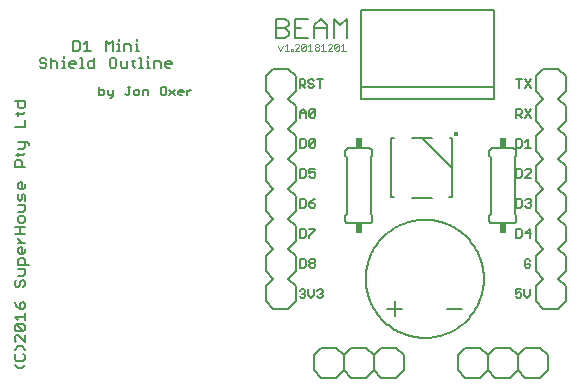
<source format=gto>
G75*
%MOIN*%
%OFA0B0*%
%FSLAX25Y25*%
%IPPOS*%
%LPD*%
%AMOC8*
5,1,8,0,0,1.08239X$1,22.5*
%
%ADD10C,0.00500*%
%ADD11C,0.00700*%
%ADD12C,0.00600*%
%ADD13C,0.00200*%
%ADD14C,0.00800*%
%ADD15R,0.02400X0.03400*%
%ADD16C,0.01600*%
D10*
X0004415Y0011750D02*
X0003247Y0012918D01*
X0003831Y0014205D02*
X0006166Y0014205D01*
X0006750Y0014789D01*
X0006750Y0015957D01*
X0006166Y0016541D01*
X0006750Y0017889D02*
X0005582Y0019056D01*
X0004415Y0019056D01*
X0003247Y0017889D01*
X0003831Y0016541D02*
X0003247Y0015957D01*
X0003247Y0014789D01*
X0003831Y0014205D01*
X0005582Y0011750D02*
X0006750Y0012918D01*
X0005582Y0011750D02*
X0004415Y0011750D01*
X0003831Y0020344D02*
X0003247Y0020928D01*
X0003247Y0022095D01*
X0003831Y0022679D01*
X0004415Y0022679D01*
X0006750Y0020344D01*
X0006750Y0022679D01*
X0006166Y0024027D02*
X0003831Y0024027D01*
X0003247Y0024611D01*
X0003247Y0025779D01*
X0003831Y0026362D01*
X0006166Y0024027D01*
X0006750Y0024611D01*
X0006750Y0025779D01*
X0006166Y0026362D01*
X0003831Y0026362D01*
X0004415Y0027710D02*
X0003247Y0028878D01*
X0006750Y0028878D01*
X0006750Y0027710D02*
X0006750Y0030046D01*
X0006166Y0031393D02*
X0004999Y0031393D01*
X0004999Y0033145D01*
X0005582Y0033729D01*
X0006166Y0033729D01*
X0006750Y0033145D01*
X0006750Y0031977D01*
X0006166Y0031393D01*
X0004999Y0031393D02*
X0003831Y0032561D01*
X0003247Y0033729D01*
X0003831Y0038760D02*
X0003247Y0039344D01*
X0003247Y0040511D01*
X0003831Y0041095D01*
X0004999Y0040511D02*
X0005582Y0041095D01*
X0006166Y0041095D01*
X0006750Y0040511D01*
X0006750Y0039344D01*
X0006166Y0038760D01*
X0004999Y0039344D02*
X0004999Y0040511D01*
X0004999Y0039344D02*
X0004415Y0038760D01*
X0003831Y0038760D01*
X0004415Y0042443D02*
X0006166Y0042443D01*
X0006750Y0043027D01*
X0006750Y0044778D01*
X0004415Y0044778D01*
X0004415Y0046126D02*
X0004415Y0047877D01*
X0004999Y0048461D01*
X0006166Y0048461D01*
X0006750Y0047877D01*
X0006750Y0046126D01*
X0007918Y0046126D02*
X0004415Y0046126D01*
X0004999Y0049809D02*
X0004415Y0050393D01*
X0004415Y0051561D01*
X0004999Y0052144D01*
X0005582Y0052144D01*
X0005582Y0049809D01*
X0004999Y0049809D02*
X0006166Y0049809D01*
X0006750Y0050393D01*
X0006750Y0051561D01*
X0006750Y0053492D02*
X0004415Y0053492D01*
X0005582Y0053492D02*
X0004415Y0054660D01*
X0004415Y0055244D01*
X0004999Y0056562D02*
X0004999Y0058897D01*
X0004999Y0060245D02*
X0006166Y0060245D01*
X0006750Y0060829D01*
X0006750Y0061996D01*
X0006166Y0062580D01*
X0004999Y0062580D01*
X0004415Y0061996D01*
X0004415Y0060829D01*
X0004999Y0060245D01*
X0006750Y0058897D02*
X0003247Y0058897D01*
X0003247Y0056562D02*
X0006750Y0056562D01*
X0006166Y0063928D02*
X0004415Y0063928D01*
X0006166Y0063928D02*
X0006750Y0064512D01*
X0006750Y0066263D01*
X0004415Y0066263D01*
X0004999Y0067611D02*
X0004415Y0068195D01*
X0004415Y0069946D01*
X0005582Y0069363D02*
X0005582Y0068195D01*
X0004999Y0067611D01*
X0006750Y0067611D02*
X0006750Y0069363D01*
X0006166Y0069946D01*
X0005582Y0069363D01*
X0005582Y0071294D02*
X0005582Y0073629D01*
X0004999Y0073629D01*
X0004415Y0073046D01*
X0004415Y0071878D01*
X0004999Y0071294D01*
X0006166Y0071294D01*
X0006750Y0071878D01*
X0006750Y0073046D01*
X0006750Y0078660D02*
X0003247Y0078660D01*
X0003247Y0080412D01*
X0003831Y0080996D01*
X0004999Y0080996D01*
X0005582Y0080412D01*
X0005582Y0078660D01*
X0004415Y0082344D02*
X0004415Y0083511D01*
X0003831Y0082927D02*
X0006166Y0082927D01*
X0006750Y0083511D01*
X0006166Y0084799D02*
X0004415Y0084799D01*
X0006166Y0084799D02*
X0006750Y0085383D01*
X0006750Y0087134D01*
X0007334Y0087134D02*
X0007918Y0086551D01*
X0007918Y0085967D01*
X0007334Y0087134D02*
X0004415Y0087134D01*
X0003247Y0092165D02*
X0006750Y0092165D01*
X0006750Y0094501D01*
X0006166Y0096432D02*
X0003831Y0096432D01*
X0004415Y0095848D02*
X0004415Y0097016D01*
X0004999Y0098304D02*
X0004415Y0098888D01*
X0004415Y0100639D01*
X0003247Y0100639D02*
X0006750Y0100639D01*
X0006750Y0098888D01*
X0006166Y0098304D01*
X0004999Y0098304D01*
X0006750Y0097016D02*
X0006166Y0096432D01*
X0098250Y0096751D02*
X0100252Y0096751D01*
X0100252Y0097252D02*
X0099251Y0098253D01*
X0098250Y0097252D01*
X0098250Y0095250D01*
X0100252Y0095250D02*
X0100252Y0097252D01*
X0101473Y0097752D02*
X0101973Y0098253D01*
X0102974Y0098253D01*
X0103474Y0097752D01*
X0101473Y0095750D01*
X0101973Y0095250D01*
X0102974Y0095250D01*
X0103474Y0095750D01*
X0103474Y0097752D01*
X0101473Y0097752D02*
X0101473Y0095750D01*
X0101973Y0088253D02*
X0102974Y0088253D01*
X0103474Y0087752D01*
X0101473Y0085750D01*
X0101973Y0085250D01*
X0102974Y0085250D01*
X0103474Y0085750D01*
X0103474Y0087752D01*
X0101973Y0088253D02*
X0101473Y0087752D01*
X0101473Y0085750D01*
X0100252Y0085750D02*
X0100252Y0087752D01*
X0099751Y0088253D01*
X0098250Y0088253D01*
X0098250Y0085250D01*
X0099751Y0085250D01*
X0100252Y0085750D01*
X0099751Y0078253D02*
X0098250Y0078253D01*
X0098250Y0075250D01*
X0099751Y0075250D01*
X0100252Y0075750D01*
X0100252Y0077752D01*
X0099751Y0078253D01*
X0101473Y0078253D02*
X0101473Y0076751D01*
X0102474Y0077252D01*
X0102974Y0077252D01*
X0103474Y0076751D01*
X0103474Y0075750D01*
X0102974Y0075250D01*
X0101973Y0075250D01*
X0101473Y0075750D01*
X0101473Y0078253D02*
X0103474Y0078253D01*
X0103474Y0068253D02*
X0102474Y0067752D01*
X0101473Y0066751D01*
X0102974Y0066751D01*
X0103474Y0066251D01*
X0103474Y0065750D01*
X0102974Y0065250D01*
X0101973Y0065250D01*
X0101473Y0065750D01*
X0101473Y0066751D01*
X0100252Y0065750D02*
X0100252Y0067752D01*
X0099751Y0068253D01*
X0098250Y0068253D01*
X0098250Y0065250D01*
X0099751Y0065250D01*
X0100252Y0065750D01*
X0099751Y0058253D02*
X0098250Y0058253D01*
X0098250Y0055250D01*
X0099751Y0055250D01*
X0100252Y0055750D01*
X0100252Y0057752D01*
X0099751Y0058253D01*
X0101473Y0058253D02*
X0103474Y0058253D01*
X0103474Y0057752D01*
X0101473Y0055750D01*
X0101473Y0055250D01*
X0101973Y0048253D02*
X0102974Y0048253D01*
X0103474Y0047752D01*
X0103474Y0047252D01*
X0102974Y0046751D01*
X0101973Y0046751D01*
X0101473Y0047252D01*
X0101473Y0047752D01*
X0101973Y0048253D01*
X0101973Y0046751D02*
X0101473Y0046251D01*
X0101473Y0045750D01*
X0101973Y0045250D01*
X0102974Y0045250D01*
X0103474Y0045750D01*
X0103474Y0046251D01*
X0102974Y0046751D01*
X0100252Y0045750D02*
X0100252Y0047752D01*
X0099751Y0048253D01*
X0098250Y0048253D01*
X0098250Y0045250D01*
X0099751Y0045250D01*
X0100252Y0045750D01*
X0099601Y0037952D02*
X0100052Y0037502D01*
X0100052Y0037052D01*
X0099601Y0036601D01*
X0100052Y0036151D01*
X0100052Y0035700D01*
X0099601Y0035250D01*
X0098700Y0035250D01*
X0098250Y0035700D01*
X0099151Y0036601D02*
X0099601Y0036601D01*
X0099601Y0037952D02*
X0098700Y0037952D01*
X0098250Y0037502D01*
X0101197Y0037952D02*
X0101197Y0036151D01*
X0102097Y0035250D01*
X0102998Y0036151D01*
X0102998Y0037952D01*
X0104143Y0037502D02*
X0104593Y0037952D01*
X0105494Y0037952D01*
X0105945Y0037502D01*
X0105945Y0037052D01*
X0105494Y0036601D01*
X0105945Y0036151D01*
X0105945Y0035700D01*
X0105494Y0035250D01*
X0104593Y0035250D01*
X0104143Y0035700D01*
X0105044Y0036601D02*
X0105494Y0036601D01*
X0170250Y0036601D02*
X0171151Y0037052D01*
X0171601Y0037052D01*
X0172052Y0036601D01*
X0172052Y0035700D01*
X0171601Y0035250D01*
X0170700Y0035250D01*
X0170250Y0035700D01*
X0170250Y0036601D02*
X0170250Y0037952D01*
X0172052Y0037952D01*
X0173197Y0037952D02*
X0173197Y0036151D01*
X0174097Y0035250D01*
X0174998Y0036151D01*
X0174998Y0037952D01*
X0174601Y0045250D02*
X0175052Y0045700D01*
X0175052Y0046601D01*
X0174151Y0046601D01*
X0175052Y0047502D02*
X0174601Y0047952D01*
X0173700Y0047952D01*
X0173250Y0047502D01*
X0173250Y0045700D01*
X0173700Y0045250D01*
X0174601Y0045250D01*
X0174974Y0055250D02*
X0174974Y0058253D01*
X0173473Y0056751D01*
X0175474Y0056751D01*
X0172252Y0055750D02*
X0172252Y0057752D01*
X0171751Y0058253D01*
X0170250Y0058253D01*
X0170250Y0055250D01*
X0171751Y0055250D01*
X0172252Y0055750D01*
X0171751Y0065250D02*
X0170250Y0065250D01*
X0170250Y0068253D01*
X0171751Y0068253D01*
X0172252Y0067752D01*
X0172252Y0065750D01*
X0171751Y0065250D01*
X0173473Y0065750D02*
X0173973Y0065250D01*
X0174974Y0065250D01*
X0175474Y0065750D01*
X0175474Y0066251D01*
X0174974Y0066751D01*
X0174474Y0066751D01*
X0174974Y0066751D02*
X0175474Y0067252D01*
X0175474Y0067752D01*
X0174974Y0068253D01*
X0173973Y0068253D01*
X0173473Y0067752D01*
X0173473Y0075250D02*
X0175474Y0077252D01*
X0175474Y0077752D01*
X0174974Y0078253D01*
X0173973Y0078253D01*
X0173473Y0077752D01*
X0172252Y0077752D02*
X0171751Y0078253D01*
X0170250Y0078253D01*
X0170250Y0075250D01*
X0171751Y0075250D01*
X0172252Y0075750D01*
X0172252Y0077752D01*
X0173473Y0075250D02*
X0175474Y0075250D01*
X0175474Y0085250D02*
X0173473Y0085250D01*
X0174474Y0085250D02*
X0174474Y0088253D01*
X0173473Y0087252D01*
X0172252Y0087752D02*
X0172252Y0085750D01*
X0171751Y0085250D01*
X0170250Y0085250D01*
X0170250Y0088253D01*
X0171751Y0088253D01*
X0172252Y0087752D01*
X0172252Y0095250D02*
X0171251Y0096251D01*
X0171751Y0096251D02*
X0170250Y0096251D01*
X0170250Y0095250D02*
X0170250Y0098253D01*
X0171751Y0098253D01*
X0172252Y0097752D01*
X0172252Y0096751D01*
X0171751Y0096251D01*
X0173473Y0095250D02*
X0175474Y0098253D01*
X0173473Y0098253D02*
X0175474Y0095250D01*
X0175474Y0105250D02*
X0173473Y0108253D01*
X0172252Y0108253D02*
X0170250Y0108253D01*
X0171251Y0108253D02*
X0171251Y0105250D01*
X0173473Y0105250D02*
X0175474Y0108253D01*
X0105945Y0107952D02*
X0104143Y0107952D01*
X0105044Y0107952D02*
X0105044Y0105250D01*
X0102998Y0105700D02*
X0102548Y0105250D01*
X0101647Y0105250D01*
X0101197Y0105700D01*
X0101647Y0106601D02*
X0102548Y0106601D01*
X0102998Y0106151D01*
X0102998Y0105700D01*
X0101647Y0106601D02*
X0101197Y0107052D01*
X0101197Y0107502D01*
X0101647Y0107952D01*
X0102548Y0107952D01*
X0102998Y0107502D01*
X0100052Y0107502D02*
X0100052Y0106601D01*
X0099601Y0106151D01*
X0098250Y0106151D01*
X0099151Y0106151D02*
X0100052Y0105250D01*
X0098250Y0105250D02*
X0098250Y0107952D01*
X0099601Y0107952D01*
X0100052Y0107502D01*
D11*
X0055581Y0112951D02*
X0053380Y0112951D01*
X0053380Y0113501D02*
X0053380Y0112400D01*
X0053930Y0111850D01*
X0055031Y0111850D01*
X0055581Y0112951D02*
X0055581Y0113501D01*
X0055031Y0114052D01*
X0053930Y0114052D01*
X0053380Y0113501D01*
X0051898Y0113501D02*
X0051898Y0111850D01*
X0051898Y0113501D02*
X0051348Y0114052D01*
X0049696Y0114052D01*
X0049696Y0111850D01*
X0048342Y0111850D02*
X0047241Y0111850D01*
X0047791Y0111850D02*
X0047791Y0114052D01*
X0047241Y0114052D01*
X0047791Y0115153D02*
X0047791Y0115703D01*
X0045336Y0115153D02*
X0045336Y0111850D01*
X0044786Y0111850D02*
X0045886Y0111850D01*
X0043431Y0111850D02*
X0042881Y0112400D01*
X0042881Y0114602D01*
X0043431Y0114052D02*
X0042330Y0114052D01*
X0040849Y0114052D02*
X0040849Y0111850D01*
X0039197Y0111850D01*
X0038647Y0112400D01*
X0038647Y0114052D01*
X0037166Y0114602D02*
X0037166Y0112400D01*
X0036615Y0111850D01*
X0035514Y0111850D01*
X0034964Y0112400D01*
X0034964Y0114602D01*
X0035514Y0115153D01*
X0036615Y0115153D01*
X0037166Y0114602D01*
X0037419Y0117450D02*
X0038520Y0117450D01*
X0037970Y0117450D02*
X0037970Y0119652D01*
X0037419Y0119652D01*
X0037970Y0120753D02*
X0037970Y0121303D01*
X0035938Y0120753D02*
X0035938Y0117450D01*
X0034837Y0119652D02*
X0035938Y0120753D01*
X0034837Y0119652D02*
X0033736Y0120753D01*
X0033736Y0117450D01*
X0029799Y0115153D02*
X0029799Y0111850D01*
X0028148Y0111850D01*
X0027598Y0112400D01*
X0027598Y0113501D01*
X0028148Y0114052D01*
X0029799Y0114052D01*
X0026243Y0111850D02*
X0025142Y0111850D01*
X0025693Y0111850D02*
X0025693Y0115153D01*
X0025142Y0115153D01*
X0023661Y0113501D02*
X0023661Y0112951D01*
X0021459Y0112951D01*
X0021459Y0113501D02*
X0021459Y0112400D01*
X0022009Y0111850D01*
X0023110Y0111850D01*
X0023661Y0113501D02*
X0023110Y0114052D01*
X0022009Y0114052D01*
X0021459Y0113501D01*
X0019554Y0114052D02*
X0019554Y0111850D01*
X0019004Y0111850D02*
X0020104Y0111850D01*
X0019554Y0114052D02*
X0019004Y0114052D01*
X0019554Y0115153D02*
X0019554Y0115703D01*
X0017522Y0113501D02*
X0017522Y0111850D01*
X0017522Y0113501D02*
X0016972Y0114052D01*
X0015871Y0114052D01*
X0015320Y0113501D01*
X0013839Y0112951D02*
X0013839Y0112400D01*
X0013289Y0111850D01*
X0012188Y0111850D01*
X0011637Y0112400D01*
X0012188Y0113501D02*
X0013289Y0113501D01*
X0013839Y0112951D01*
X0012188Y0113501D02*
X0011637Y0114052D01*
X0011637Y0114602D01*
X0012188Y0115153D01*
X0013289Y0115153D01*
X0013839Y0114602D01*
X0015320Y0115153D02*
X0015320Y0111850D01*
X0022687Y0117450D02*
X0024338Y0117450D01*
X0024889Y0118000D01*
X0024889Y0120202D01*
X0024338Y0120753D01*
X0022687Y0120753D01*
X0022687Y0117450D01*
X0026370Y0117450D02*
X0028572Y0117450D01*
X0027471Y0117450D02*
X0027471Y0120753D01*
X0026370Y0119652D01*
X0039875Y0119652D02*
X0039875Y0117450D01*
X0042077Y0117450D02*
X0042077Y0119101D01*
X0041526Y0119652D01*
X0039875Y0119652D01*
X0043558Y0119652D02*
X0044108Y0119652D01*
X0044108Y0117450D01*
X0043558Y0117450D02*
X0044659Y0117450D01*
X0044786Y0115153D02*
X0045336Y0115153D01*
X0044108Y0120753D02*
X0044108Y0121303D01*
D12*
X0041874Y0105402D02*
X0041007Y0105402D01*
X0041441Y0105402D02*
X0041441Y0103234D01*
X0041007Y0102800D01*
X0040573Y0102800D01*
X0040140Y0103234D01*
X0043086Y0103234D02*
X0043086Y0104101D01*
X0043520Y0104535D01*
X0044387Y0104535D01*
X0044821Y0104101D01*
X0044821Y0103234D01*
X0044387Y0102800D01*
X0043520Y0102800D01*
X0043086Y0103234D01*
X0046033Y0102800D02*
X0046033Y0104535D01*
X0047334Y0104535D01*
X0047767Y0104101D01*
X0047767Y0102800D01*
X0051926Y0103234D02*
X0052359Y0102800D01*
X0053227Y0102800D01*
X0053660Y0103234D01*
X0053660Y0104969D01*
X0053227Y0105402D01*
X0052359Y0105402D01*
X0051926Y0104969D01*
X0051926Y0103234D01*
X0054872Y0102800D02*
X0056607Y0104535D01*
X0057819Y0104101D02*
X0058252Y0104535D01*
X0059120Y0104535D01*
X0059553Y0104101D01*
X0059553Y0103667D01*
X0057819Y0103667D01*
X0057819Y0103234D02*
X0057819Y0104101D01*
X0057819Y0103234D02*
X0058252Y0102800D01*
X0059120Y0102800D01*
X0060765Y0102800D02*
X0060765Y0104535D01*
X0061633Y0104535D02*
X0062066Y0104535D01*
X0061633Y0104535D02*
X0060765Y0103667D01*
X0056607Y0102800D02*
X0054872Y0104535D01*
X0035981Y0104535D02*
X0035981Y0102366D01*
X0035548Y0101933D01*
X0035114Y0101933D01*
X0034680Y0102800D02*
X0035981Y0102800D01*
X0034680Y0102800D02*
X0034247Y0103234D01*
X0034247Y0104535D01*
X0033035Y0104101D02*
X0033035Y0103234D01*
X0032601Y0102800D01*
X0031300Y0102800D01*
X0031300Y0105402D01*
X0031300Y0104535D02*
X0032601Y0104535D01*
X0033035Y0104101D01*
X0090300Y0121800D02*
X0093503Y0121800D01*
X0094570Y0122868D01*
X0094570Y0123935D01*
X0093503Y0125003D01*
X0090300Y0125003D01*
X0090300Y0128205D02*
X0090300Y0121800D01*
X0093503Y0125003D02*
X0094570Y0126070D01*
X0094570Y0127138D01*
X0093503Y0128205D01*
X0090300Y0128205D01*
X0096745Y0128205D02*
X0096745Y0121800D01*
X0101016Y0121800D01*
X0103191Y0121800D02*
X0103191Y0126070D01*
X0105326Y0128205D01*
X0107461Y0126070D01*
X0107461Y0121800D01*
X0109636Y0121800D02*
X0109636Y0128205D01*
X0111772Y0126070D01*
X0113907Y0128205D01*
X0113907Y0121800D01*
X0107461Y0125003D02*
X0103191Y0125003D01*
X0098881Y0125003D02*
X0096745Y0125003D01*
X0096745Y0128205D02*
X0101016Y0128205D01*
X0114500Y0085000D02*
X0121500Y0085000D01*
X0121560Y0084998D01*
X0121621Y0084993D01*
X0121680Y0084984D01*
X0121739Y0084971D01*
X0121798Y0084955D01*
X0121855Y0084935D01*
X0121910Y0084912D01*
X0121965Y0084885D01*
X0122017Y0084856D01*
X0122068Y0084823D01*
X0122117Y0084787D01*
X0122163Y0084749D01*
X0122207Y0084707D01*
X0122249Y0084663D01*
X0122287Y0084617D01*
X0122323Y0084568D01*
X0122356Y0084517D01*
X0122385Y0084465D01*
X0122412Y0084410D01*
X0122435Y0084355D01*
X0122455Y0084298D01*
X0122471Y0084239D01*
X0122484Y0084180D01*
X0122493Y0084121D01*
X0122498Y0084060D01*
X0122500Y0084000D01*
X0122500Y0082500D01*
X0122000Y0082000D01*
X0122000Y0063000D01*
X0122500Y0062500D01*
X0122500Y0061000D01*
X0122498Y0060940D01*
X0122493Y0060879D01*
X0122484Y0060820D01*
X0122471Y0060761D01*
X0122455Y0060702D01*
X0122435Y0060645D01*
X0122412Y0060590D01*
X0122385Y0060535D01*
X0122356Y0060483D01*
X0122323Y0060432D01*
X0122287Y0060383D01*
X0122249Y0060337D01*
X0122207Y0060293D01*
X0122163Y0060251D01*
X0122117Y0060213D01*
X0122068Y0060177D01*
X0122017Y0060144D01*
X0121965Y0060115D01*
X0121910Y0060088D01*
X0121855Y0060065D01*
X0121798Y0060045D01*
X0121739Y0060029D01*
X0121680Y0060016D01*
X0121621Y0060007D01*
X0121560Y0060002D01*
X0121500Y0060000D01*
X0114500Y0060000D01*
X0114440Y0060002D01*
X0114379Y0060007D01*
X0114320Y0060016D01*
X0114261Y0060029D01*
X0114202Y0060045D01*
X0114145Y0060065D01*
X0114090Y0060088D01*
X0114035Y0060115D01*
X0113983Y0060144D01*
X0113932Y0060177D01*
X0113883Y0060213D01*
X0113837Y0060251D01*
X0113793Y0060293D01*
X0113751Y0060337D01*
X0113713Y0060383D01*
X0113677Y0060432D01*
X0113644Y0060483D01*
X0113615Y0060535D01*
X0113588Y0060590D01*
X0113565Y0060645D01*
X0113545Y0060702D01*
X0113529Y0060761D01*
X0113516Y0060820D01*
X0113507Y0060879D01*
X0113502Y0060940D01*
X0113500Y0061000D01*
X0113500Y0062500D01*
X0114000Y0063000D01*
X0114000Y0082000D01*
X0113500Y0082500D01*
X0113500Y0084000D01*
X0113502Y0084060D01*
X0113507Y0084121D01*
X0113516Y0084180D01*
X0113529Y0084239D01*
X0113545Y0084298D01*
X0113565Y0084355D01*
X0113588Y0084410D01*
X0113615Y0084465D01*
X0113644Y0084517D01*
X0113677Y0084568D01*
X0113713Y0084617D01*
X0113751Y0084663D01*
X0113793Y0084707D01*
X0113837Y0084749D01*
X0113883Y0084787D01*
X0113932Y0084823D01*
X0113983Y0084856D01*
X0114035Y0084885D01*
X0114090Y0084912D01*
X0114145Y0084935D01*
X0114202Y0084955D01*
X0114261Y0084971D01*
X0114320Y0084984D01*
X0114379Y0084993D01*
X0114440Y0084998D01*
X0114500Y0085000D01*
X0161500Y0084000D02*
X0161500Y0082500D01*
X0162000Y0082000D01*
X0162000Y0063000D01*
X0161500Y0062500D01*
X0161500Y0061000D01*
X0161502Y0060940D01*
X0161507Y0060879D01*
X0161516Y0060820D01*
X0161529Y0060761D01*
X0161545Y0060702D01*
X0161565Y0060645D01*
X0161588Y0060590D01*
X0161615Y0060535D01*
X0161644Y0060483D01*
X0161677Y0060432D01*
X0161713Y0060383D01*
X0161751Y0060337D01*
X0161793Y0060293D01*
X0161837Y0060251D01*
X0161883Y0060213D01*
X0161932Y0060177D01*
X0161983Y0060144D01*
X0162035Y0060115D01*
X0162090Y0060088D01*
X0162145Y0060065D01*
X0162202Y0060045D01*
X0162261Y0060029D01*
X0162320Y0060016D01*
X0162379Y0060007D01*
X0162440Y0060002D01*
X0162500Y0060000D01*
X0169500Y0060000D01*
X0169560Y0060002D01*
X0169621Y0060007D01*
X0169680Y0060016D01*
X0169739Y0060029D01*
X0169798Y0060045D01*
X0169855Y0060065D01*
X0169910Y0060088D01*
X0169965Y0060115D01*
X0170017Y0060144D01*
X0170068Y0060177D01*
X0170117Y0060213D01*
X0170163Y0060251D01*
X0170207Y0060293D01*
X0170249Y0060337D01*
X0170287Y0060383D01*
X0170323Y0060432D01*
X0170356Y0060483D01*
X0170385Y0060535D01*
X0170412Y0060590D01*
X0170435Y0060645D01*
X0170455Y0060702D01*
X0170471Y0060761D01*
X0170484Y0060820D01*
X0170493Y0060879D01*
X0170498Y0060940D01*
X0170500Y0061000D01*
X0170500Y0062500D01*
X0170000Y0063000D01*
X0170000Y0082000D01*
X0170500Y0082500D01*
X0170500Y0084000D01*
X0170498Y0084060D01*
X0170493Y0084121D01*
X0170484Y0084180D01*
X0170471Y0084239D01*
X0170455Y0084298D01*
X0170435Y0084355D01*
X0170412Y0084410D01*
X0170385Y0084465D01*
X0170356Y0084517D01*
X0170323Y0084568D01*
X0170287Y0084617D01*
X0170249Y0084663D01*
X0170207Y0084707D01*
X0170163Y0084749D01*
X0170117Y0084787D01*
X0170068Y0084823D01*
X0170017Y0084856D01*
X0169965Y0084885D01*
X0169910Y0084912D01*
X0169855Y0084935D01*
X0169798Y0084955D01*
X0169739Y0084971D01*
X0169680Y0084984D01*
X0169621Y0084993D01*
X0169560Y0084998D01*
X0169500Y0085000D01*
X0162500Y0085000D01*
X0162440Y0084998D01*
X0162379Y0084993D01*
X0162320Y0084984D01*
X0162261Y0084971D01*
X0162202Y0084955D01*
X0162145Y0084935D01*
X0162090Y0084912D01*
X0162035Y0084885D01*
X0161983Y0084856D01*
X0161932Y0084823D01*
X0161883Y0084787D01*
X0161837Y0084749D01*
X0161793Y0084707D01*
X0161751Y0084663D01*
X0161713Y0084617D01*
X0161677Y0084568D01*
X0161644Y0084517D01*
X0161615Y0084465D01*
X0161588Y0084410D01*
X0161565Y0084355D01*
X0161545Y0084298D01*
X0161529Y0084239D01*
X0161516Y0084180D01*
X0161507Y0084121D01*
X0161502Y0084060D01*
X0161500Y0084000D01*
X0163500Y0018500D02*
X0168500Y0018500D01*
X0171000Y0016000D01*
X0173500Y0018500D01*
X0178500Y0018500D01*
X0181000Y0016000D01*
X0181000Y0011000D01*
X0178500Y0008500D01*
X0173500Y0008500D01*
X0171000Y0011000D01*
X0168500Y0008500D01*
X0163500Y0008500D01*
X0161000Y0011000D01*
X0158500Y0008500D01*
X0153500Y0008500D01*
X0151000Y0011000D01*
X0151000Y0016000D01*
X0153500Y0018500D01*
X0158500Y0018500D01*
X0161000Y0016000D01*
X0163500Y0018500D01*
X0161000Y0016000D02*
X0161000Y0011000D01*
X0171000Y0011000D02*
X0171000Y0016000D01*
X0133000Y0016000D02*
X0133000Y0011000D01*
X0130500Y0008500D01*
X0125500Y0008500D01*
X0123000Y0011000D01*
X0120500Y0008500D01*
X0115500Y0008500D01*
X0113000Y0011000D01*
X0110500Y0008500D01*
X0105500Y0008500D01*
X0103000Y0011000D01*
X0103000Y0016000D01*
X0105500Y0018500D01*
X0110500Y0018500D01*
X0113000Y0016000D01*
X0115500Y0018500D01*
X0120500Y0018500D01*
X0123000Y0016000D01*
X0125500Y0018500D01*
X0130500Y0018500D01*
X0133000Y0016000D01*
X0123000Y0016000D02*
X0123000Y0011000D01*
X0113000Y0011000D02*
X0113000Y0016000D01*
D13*
X0112828Y0117600D02*
X0112828Y0119802D01*
X0112094Y0119068D01*
X0111352Y0119435D02*
X0109884Y0117967D01*
X0110251Y0117600D01*
X0110985Y0117600D01*
X0111352Y0117967D01*
X0111352Y0119435D01*
X0110985Y0119802D01*
X0110251Y0119802D01*
X0109884Y0119435D01*
X0109884Y0117967D01*
X0109142Y0117600D02*
X0107674Y0117600D01*
X0109142Y0119068D01*
X0109142Y0119435D01*
X0108775Y0119802D01*
X0108041Y0119802D01*
X0107674Y0119435D01*
X0106198Y0119802D02*
X0106198Y0117600D01*
X0105464Y0117600D02*
X0106932Y0117600D01*
X0105464Y0119068D02*
X0106198Y0119802D01*
X0104722Y0119435D02*
X0104722Y0119068D01*
X0104355Y0118701D01*
X0103621Y0118701D01*
X0103254Y0119068D01*
X0103254Y0119435D01*
X0103621Y0119802D01*
X0104355Y0119802D01*
X0104722Y0119435D01*
X0104355Y0118701D02*
X0104722Y0118334D01*
X0104722Y0117967D01*
X0104355Y0117600D01*
X0103621Y0117600D01*
X0103254Y0117967D01*
X0103254Y0118334D01*
X0103621Y0118701D01*
X0102512Y0117600D02*
X0101044Y0117600D01*
X0101778Y0117600D02*
X0101778Y0119802D01*
X0101044Y0119068D01*
X0100302Y0119435D02*
X0098835Y0117967D01*
X0099202Y0117600D01*
X0099936Y0117600D01*
X0100302Y0117967D01*
X0100302Y0119435D01*
X0099936Y0119802D01*
X0099202Y0119802D01*
X0098835Y0119435D01*
X0098835Y0117967D01*
X0098093Y0117600D02*
X0096625Y0117600D01*
X0098093Y0119068D01*
X0098093Y0119435D01*
X0097726Y0119802D01*
X0096992Y0119802D01*
X0096625Y0119435D01*
X0095887Y0117967D02*
X0095887Y0117600D01*
X0095520Y0117600D01*
X0095520Y0117967D01*
X0095887Y0117967D01*
X0094778Y0117600D02*
X0093310Y0117600D01*
X0094044Y0117600D02*
X0094044Y0119802D01*
X0093310Y0119068D01*
X0092568Y0119068D02*
X0091834Y0117600D01*
X0091100Y0119068D01*
X0112094Y0117600D02*
X0113562Y0117600D01*
D14*
X0118795Y0105445D02*
X0162890Y0105445D01*
X0162890Y0101508D01*
X0118795Y0101508D01*
X0118795Y0105445D01*
X0118795Y0131035D01*
X0162890Y0131035D01*
X0162890Y0105445D01*
X0177000Y0104000D02*
X0177000Y0109000D01*
X0179500Y0111500D01*
X0184500Y0111500D01*
X0187000Y0109000D01*
X0187000Y0104000D01*
X0184500Y0101500D01*
X0187000Y0099000D01*
X0187000Y0094000D01*
X0184500Y0091500D01*
X0187000Y0089000D01*
X0187000Y0084000D01*
X0184500Y0081500D01*
X0187000Y0079000D01*
X0187000Y0074000D01*
X0184500Y0071500D01*
X0187000Y0069000D01*
X0187000Y0064000D01*
X0184500Y0061500D01*
X0187000Y0059000D01*
X0187000Y0054000D01*
X0184500Y0051500D01*
X0187000Y0049000D01*
X0187000Y0044000D01*
X0184500Y0041500D01*
X0187000Y0039000D01*
X0187000Y0034000D01*
X0184500Y0031500D01*
X0179500Y0031500D01*
X0177000Y0034000D01*
X0177000Y0039000D01*
X0179500Y0041500D01*
X0177000Y0044000D01*
X0177000Y0049000D01*
X0179500Y0051500D01*
X0177000Y0054000D01*
X0177000Y0059000D01*
X0179500Y0061500D01*
X0177000Y0064000D01*
X0177000Y0069000D01*
X0179500Y0071500D01*
X0177000Y0074000D01*
X0177000Y0079000D01*
X0179500Y0081500D01*
X0177000Y0084000D01*
X0177000Y0089000D01*
X0179500Y0091500D01*
X0177000Y0094000D01*
X0177000Y0099000D01*
X0179500Y0101500D01*
X0177000Y0104000D01*
X0149210Y0088380D02*
X0148320Y0088380D01*
X0149210Y0088380D02*
X0149210Y0068820D01*
X0149200Y0068820D01*
X0149200Y0068620D01*
X0148130Y0068620D01*
X0142500Y0068500D02*
X0135800Y0068500D01*
X0129700Y0068700D02*
X0128700Y0068700D01*
X0128700Y0068900D01*
X0128720Y0068900D01*
X0128720Y0088390D01*
X0129630Y0088390D01*
X0135600Y0088500D02*
X0139000Y0088500D01*
X0149000Y0078500D01*
X0142400Y0088500D02*
X0139000Y0088500D01*
X0097000Y0089000D02*
X0097000Y0084000D01*
X0094500Y0081500D01*
X0097000Y0079000D01*
X0097000Y0074000D01*
X0094500Y0071500D01*
X0097000Y0069000D01*
X0097000Y0064000D01*
X0094500Y0061500D01*
X0097000Y0059000D01*
X0097000Y0054000D01*
X0094500Y0051500D01*
X0097000Y0049000D01*
X0097000Y0044000D01*
X0094500Y0041500D01*
X0097000Y0039000D01*
X0097000Y0034000D01*
X0094500Y0031500D01*
X0089500Y0031500D01*
X0087000Y0034000D01*
X0087000Y0039000D01*
X0089500Y0041500D01*
X0087000Y0044000D01*
X0087000Y0049000D01*
X0089500Y0051500D01*
X0087000Y0054000D01*
X0087000Y0059000D01*
X0089500Y0061500D01*
X0087000Y0064000D01*
X0087000Y0069000D01*
X0089500Y0071500D01*
X0087000Y0074000D01*
X0087000Y0079000D01*
X0089500Y0081500D01*
X0087000Y0084000D01*
X0087000Y0089000D01*
X0089500Y0091500D01*
X0087000Y0094000D01*
X0087000Y0099000D01*
X0089500Y0101500D01*
X0087000Y0104000D01*
X0087000Y0109000D01*
X0089500Y0111500D01*
X0094500Y0111500D01*
X0097000Y0109000D01*
X0097000Y0104000D01*
X0094500Y0101500D01*
X0097000Y0099000D01*
X0097000Y0094000D01*
X0094500Y0091500D01*
X0097000Y0089000D01*
X0120315Y0041500D02*
X0120321Y0041983D01*
X0120339Y0042466D01*
X0120368Y0042948D01*
X0120410Y0043429D01*
X0120463Y0043910D01*
X0120528Y0044388D01*
X0120605Y0044865D01*
X0120693Y0045340D01*
X0120793Y0045813D01*
X0120905Y0046283D01*
X0121028Y0046750D01*
X0121163Y0047214D01*
X0121309Y0047675D01*
X0121466Y0048132D01*
X0121634Y0048585D01*
X0121813Y0049033D01*
X0122004Y0049477D01*
X0122205Y0049916D01*
X0122417Y0050351D01*
X0122639Y0050779D01*
X0122872Y0051203D01*
X0123116Y0051620D01*
X0123369Y0052031D01*
X0123633Y0052436D01*
X0123906Y0052835D01*
X0124189Y0053226D01*
X0124481Y0053611D01*
X0124783Y0053988D01*
X0125094Y0054358D01*
X0125414Y0054720D01*
X0125743Y0055074D01*
X0126081Y0055419D01*
X0126426Y0055757D01*
X0126780Y0056086D01*
X0127142Y0056406D01*
X0127512Y0056717D01*
X0127889Y0057019D01*
X0128274Y0057311D01*
X0128665Y0057594D01*
X0129064Y0057867D01*
X0129469Y0058131D01*
X0129880Y0058384D01*
X0130297Y0058628D01*
X0130721Y0058861D01*
X0131149Y0059083D01*
X0131584Y0059295D01*
X0132023Y0059496D01*
X0132467Y0059687D01*
X0132915Y0059866D01*
X0133368Y0060034D01*
X0133825Y0060191D01*
X0134286Y0060337D01*
X0134750Y0060472D01*
X0135217Y0060595D01*
X0135687Y0060707D01*
X0136160Y0060807D01*
X0136635Y0060895D01*
X0137112Y0060972D01*
X0137590Y0061037D01*
X0138071Y0061090D01*
X0138552Y0061132D01*
X0139034Y0061161D01*
X0139517Y0061179D01*
X0140000Y0061185D01*
X0140483Y0061179D01*
X0140966Y0061161D01*
X0141448Y0061132D01*
X0141929Y0061090D01*
X0142410Y0061037D01*
X0142888Y0060972D01*
X0143365Y0060895D01*
X0143840Y0060807D01*
X0144313Y0060707D01*
X0144783Y0060595D01*
X0145250Y0060472D01*
X0145714Y0060337D01*
X0146175Y0060191D01*
X0146632Y0060034D01*
X0147085Y0059866D01*
X0147533Y0059687D01*
X0147977Y0059496D01*
X0148416Y0059295D01*
X0148851Y0059083D01*
X0149279Y0058861D01*
X0149703Y0058628D01*
X0150120Y0058384D01*
X0150531Y0058131D01*
X0150936Y0057867D01*
X0151335Y0057594D01*
X0151726Y0057311D01*
X0152111Y0057019D01*
X0152488Y0056717D01*
X0152858Y0056406D01*
X0153220Y0056086D01*
X0153574Y0055757D01*
X0153919Y0055419D01*
X0154257Y0055074D01*
X0154586Y0054720D01*
X0154906Y0054358D01*
X0155217Y0053988D01*
X0155519Y0053611D01*
X0155811Y0053226D01*
X0156094Y0052835D01*
X0156367Y0052436D01*
X0156631Y0052031D01*
X0156884Y0051620D01*
X0157128Y0051203D01*
X0157361Y0050779D01*
X0157583Y0050351D01*
X0157795Y0049916D01*
X0157996Y0049477D01*
X0158187Y0049033D01*
X0158366Y0048585D01*
X0158534Y0048132D01*
X0158691Y0047675D01*
X0158837Y0047214D01*
X0158972Y0046750D01*
X0159095Y0046283D01*
X0159207Y0045813D01*
X0159307Y0045340D01*
X0159395Y0044865D01*
X0159472Y0044388D01*
X0159537Y0043910D01*
X0159590Y0043429D01*
X0159632Y0042948D01*
X0159661Y0042466D01*
X0159679Y0041983D01*
X0159685Y0041500D01*
X0159679Y0041017D01*
X0159661Y0040534D01*
X0159632Y0040052D01*
X0159590Y0039571D01*
X0159537Y0039090D01*
X0159472Y0038612D01*
X0159395Y0038135D01*
X0159307Y0037660D01*
X0159207Y0037187D01*
X0159095Y0036717D01*
X0158972Y0036250D01*
X0158837Y0035786D01*
X0158691Y0035325D01*
X0158534Y0034868D01*
X0158366Y0034415D01*
X0158187Y0033967D01*
X0157996Y0033523D01*
X0157795Y0033084D01*
X0157583Y0032649D01*
X0157361Y0032221D01*
X0157128Y0031797D01*
X0156884Y0031380D01*
X0156631Y0030969D01*
X0156367Y0030564D01*
X0156094Y0030165D01*
X0155811Y0029774D01*
X0155519Y0029389D01*
X0155217Y0029012D01*
X0154906Y0028642D01*
X0154586Y0028280D01*
X0154257Y0027926D01*
X0153919Y0027581D01*
X0153574Y0027243D01*
X0153220Y0026914D01*
X0152858Y0026594D01*
X0152488Y0026283D01*
X0152111Y0025981D01*
X0151726Y0025689D01*
X0151335Y0025406D01*
X0150936Y0025133D01*
X0150531Y0024869D01*
X0150120Y0024616D01*
X0149703Y0024372D01*
X0149279Y0024139D01*
X0148851Y0023917D01*
X0148416Y0023705D01*
X0147977Y0023504D01*
X0147533Y0023313D01*
X0147085Y0023134D01*
X0146632Y0022966D01*
X0146175Y0022809D01*
X0145714Y0022663D01*
X0145250Y0022528D01*
X0144783Y0022405D01*
X0144313Y0022293D01*
X0143840Y0022193D01*
X0143365Y0022105D01*
X0142888Y0022028D01*
X0142410Y0021963D01*
X0141929Y0021910D01*
X0141448Y0021868D01*
X0140966Y0021839D01*
X0140483Y0021821D01*
X0140000Y0021815D01*
X0139517Y0021821D01*
X0139034Y0021839D01*
X0138552Y0021868D01*
X0138071Y0021910D01*
X0137590Y0021963D01*
X0137112Y0022028D01*
X0136635Y0022105D01*
X0136160Y0022193D01*
X0135687Y0022293D01*
X0135217Y0022405D01*
X0134750Y0022528D01*
X0134286Y0022663D01*
X0133825Y0022809D01*
X0133368Y0022966D01*
X0132915Y0023134D01*
X0132467Y0023313D01*
X0132023Y0023504D01*
X0131584Y0023705D01*
X0131149Y0023917D01*
X0130721Y0024139D01*
X0130297Y0024372D01*
X0129880Y0024616D01*
X0129469Y0024869D01*
X0129064Y0025133D01*
X0128665Y0025406D01*
X0128274Y0025689D01*
X0127889Y0025981D01*
X0127512Y0026283D01*
X0127142Y0026594D01*
X0126780Y0026914D01*
X0126426Y0027243D01*
X0126081Y0027581D01*
X0125743Y0027926D01*
X0125414Y0028280D01*
X0125094Y0028642D01*
X0124783Y0029012D01*
X0124481Y0029389D01*
X0124189Y0029774D01*
X0123906Y0030165D01*
X0123633Y0030564D01*
X0123369Y0030969D01*
X0123116Y0031380D01*
X0122872Y0031797D01*
X0122639Y0032221D01*
X0122417Y0032649D01*
X0122205Y0033084D01*
X0122004Y0033523D01*
X0121813Y0033967D01*
X0121634Y0034415D01*
X0121466Y0034868D01*
X0121309Y0035325D01*
X0121163Y0035786D01*
X0121028Y0036250D01*
X0120905Y0036717D01*
X0120793Y0037187D01*
X0120693Y0037660D01*
X0120605Y0038135D01*
X0120528Y0038612D01*
X0120463Y0039090D01*
X0120410Y0039571D01*
X0120368Y0040052D01*
X0120339Y0040534D01*
X0120321Y0041017D01*
X0120315Y0041500D01*
X0130000Y0034000D02*
X0130000Y0029000D01*
X0127500Y0031500D02*
X0132500Y0031500D01*
X0147500Y0031500D02*
X0152500Y0031500D01*
D15*
X0166000Y0058300D03*
X0166000Y0086700D03*
X0118000Y0086700D03*
X0118000Y0058300D03*
D16*
X0150250Y0089750D03*
M02*

</source>
